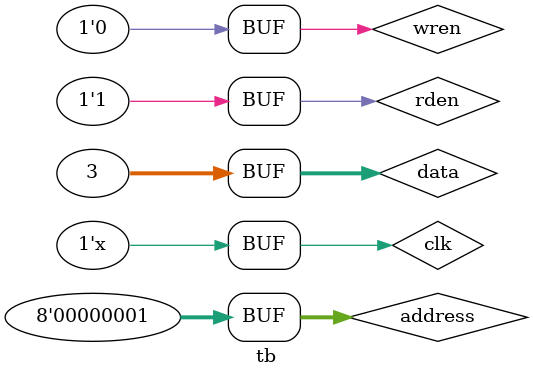
<source format=v>
`include "dataMemory.v"
module tb;
    /*
        input	[7:0]  address;
	input	  clock;
	input	[31:0]  data;
	input	  rden;
	input	  wren;
	output	[31:0]  q;
    */
    reg [7:0] address;
    reg clk;
    reg [31:0] data;
    reg wren,rden;
    wire [31:0] q;

    dataMemory DM(address,clk,data,rden,wren,q);

    initial begin
        clk=0;
        address=0;
        data=1;
        wren=1;
        rden=0;
        #20;
        address=0;
        data=1;
        wren=0;
        rden=1;
        #20;
        address=1;
        data=2;
        wren=0;
        rden=1;
        #20;
        address=1;
        data=2;
        wren=1;
        rden=0;
        #20;
        address=1;
        data=3;
        wren=0;
        rden=1;

    end
    always #10 clk=~clk;
endmodule
</source>
